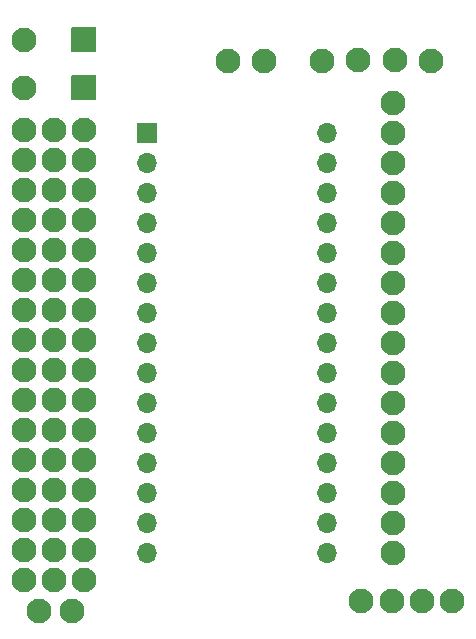
<source format=gbr>
%TF.GenerationSoftware,KiCad,Pcbnew,(5.1.9)-1*%
%TF.CreationDate,2023-07-21T13:25:52+02:00*%
%TF.ProjectId,NANO_Bot,4e414e4f-5f42-46f7-942e-6b696361645f,rev?*%
%TF.SameCoordinates,Original*%
%TF.FileFunction,Soldermask,Top*%
%TF.FilePolarity,Negative*%
%FSLAX46Y46*%
G04 Gerber Fmt 4.6, Leading zero omitted, Abs format (unit mm)*
G04 Created by KiCad (PCBNEW (5.1.9)-1) date 2023-07-21 13:25:52*
%MOMM*%
%LPD*%
G01*
G04 APERTURE LIST*
%ADD10C,2.100000*%
%ADD11O,1.700000X1.700000*%
G04 APERTURE END LIST*
D10*
%TO.C,J4*%
X142748000Y-348234000D03*
X142748000Y-345694000D03*
X142748000Y-343154000D03*
X142748000Y-340614000D03*
X142748000Y-338074000D03*
X142748000Y-335534000D03*
X142748000Y-332994000D03*
X142748000Y-330454000D03*
X142748000Y-327914000D03*
X142748000Y-325374000D03*
X142748000Y-322834000D03*
X142748000Y-320294000D03*
X142748000Y-317754000D03*
X142748000Y-315214000D03*
X142748000Y-312674000D03*
X142748000Y-310134000D03*
%TD*%
%TO.C,LP*%
X128778000Y-306578000D03*
%TD*%
%TO.C,LP*%
X131826000Y-306578000D03*
%TD*%
%TO.C,SDA*%
X147790000Y-352298000D03*
%TD*%
%TO.C,SDA*%
X142670000Y-352298000D03*
%TD*%
%TO.C,MISO*%
X115580000Y-353210000D03*
%TD*%
%TO.C,MOSI*%
X112800000Y-353180000D03*
%TD*%
%TO.C,SDL*%
X145230000Y-352298000D03*
%TD*%
%TO.C,SDA*%
X140100000Y-352298000D03*
%TD*%
%TO.C,LP*%
X145950000Y-306580000D03*
%TD*%
%TO.C,LP*%
X142920000Y-306530000D03*
%TD*%
%TO.C,MISO*%
X139790000Y-306530000D03*
%TD*%
%TO.C,MOSI*%
X136770000Y-306580000D03*
%TD*%
%TO.C,GND*%
G36*
G01*
X115536000Y-309864000D02*
X115536000Y-307864000D01*
G75*
G02*
X115586000Y-307814000I50000J0D01*
G01*
X117586000Y-307814000D01*
G75*
G02*
X117636000Y-307864000I0J-50000D01*
G01*
X117636000Y-309864000D01*
G75*
G02*
X117586000Y-309914000I-50000J0D01*
G01*
X115586000Y-309914000D01*
G75*
G02*
X115536000Y-309864000I0J50000D01*
G01*
G37*
X111506000Y-308864000D03*
%TD*%
%TO.C,A1*%
G36*
G01*
X121101001Y-313495001D02*
X121101001Y-311895001D01*
G75*
G02*
X121151001Y-311845001I50000J0D01*
G01*
X122751001Y-311845001D01*
G75*
G02*
X122801001Y-311895001I0J-50000D01*
G01*
X122801001Y-313495001D01*
G75*
G02*
X122751001Y-313545001I-50000J0D01*
G01*
X121151001Y-313545001D01*
G75*
G02*
X121101001Y-313495001I0J50000D01*
G01*
G37*
D11*
X137191001Y-345715001D03*
X121951001Y-315235001D03*
X137191001Y-343175001D03*
X121951001Y-317775001D03*
X137191001Y-340635001D03*
X121951001Y-320315001D03*
X137191001Y-338095001D03*
X121951001Y-322855001D03*
X137191001Y-335555001D03*
X121951001Y-325395001D03*
X137191001Y-333015001D03*
X121951001Y-327935001D03*
X137191001Y-330475001D03*
X121951001Y-330475001D03*
X137191001Y-327935001D03*
X121951001Y-333015001D03*
X137191001Y-325395001D03*
X121951001Y-335555001D03*
X137191001Y-322855001D03*
X121951001Y-338095001D03*
X137191001Y-320315001D03*
X121951001Y-340635001D03*
X137191001Y-317775001D03*
X121951001Y-343175001D03*
X137191001Y-315235001D03*
X121951001Y-345715001D03*
X137191001Y-312695001D03*
X121951001Y-348255001D03*
X137191001Y-348255001D03*
%TD*%
D10*
%TO.C,J1*%
X111506000Y-350520000D03*
X111506000Y-347980000D03*
X111506000Y-345440000D03*
X111506000Y-342900000D03*
X111506000Y-340360000D03*
X111506000Y-337820000D03*
X111506000Y-335280000D03*
X111506000Y-332740000D03*
X111506000Y-330200000D03*
X111506000Y-327660000D03*
X111506000Y-325120000D03*
X111506000Y-322580000D03*
X111506000Y-320040000D03*
X111506000Y-317500000D03*
X111506000Y-314960000D03*
X111506000Y-312420000D03*
%TD*%
%TO.C,J2*%
X114046000Y-350520000D03*
X114046000Y-347980000D03*
X114046000Y-345440000D03*
X114046000Y-342900000D03*
X114046000Y-340360000D03*
X114046000Y-337820000D03*
X114046000Y-335280000D03*
X114046000Y-332740000D03*
X114046000Y-330200000D03*
X114046000Y-327660000D03*
X114046000Y-325120000D03*
X114046000Y-322580000D03*
X114046000Y-320040000D03*
X114046000Y-317500000D03*
X114046000Y-314960000D03*
X114046000Y-312420000D03*
%TD*%
%TO.C,J3*%
X116650000Y-350530000D03*
X116650000Y-347990000D03*
X116650000Y-345450000D03*
X116650000Y-342910000D03*
X116650000Y-340370000D03*
X116650000Y-337830000D03*
X116650000Y-335290000D03*
X116650000Y-332750000D03*
X116650000Y-330210000D03*
X116650000Y-327670000D03*
X116650000Y-325130000D03*
X116650000Y-322590000D03*
X116650000Y-320050000D03*
X116650000Y-317510000D03*
X116650000Y-314970000D03*
X116650000Y-312430000D03*
%TD*%
%TO.C,GND*%
X111506000Y-304800000D03*
G36*
G01*
X115536000Y-305800000D02*
X115536000Y-303800000D01*
G75*
G02*
X115586000Y-303750000I50000J0D01*
G01*
X117586000Y-303750000D01*
G75*
G02*
X117636000Y-303800000I0J-50000D01*
G01*
X117636000Y-305800000D01*
G75*
G02*
X117586000Y-305850000I-50000J0D01*
G01*
X115586000Y-305850000D01*
G75*
G02*
X115536000Y-305800000I0J50000D01*
G01*
G37*
%TD*%
M02*

</source>
